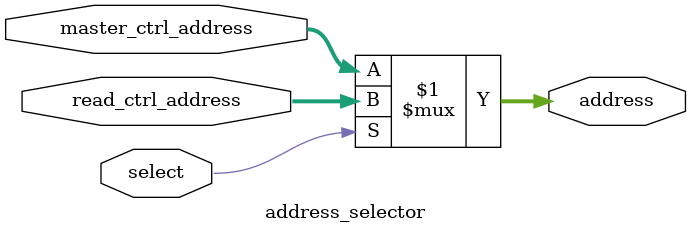
<source format=sv>
module address_selector(
    input  logic        select,
    input  logic [11:0] master_ctrl_address,
    input  logic [11:0] read_ctrl_address,
    output logic [11:0] address
);


assign address = select ? read_ctrl_address : master_ctrl_address;


endmodule
</source>
